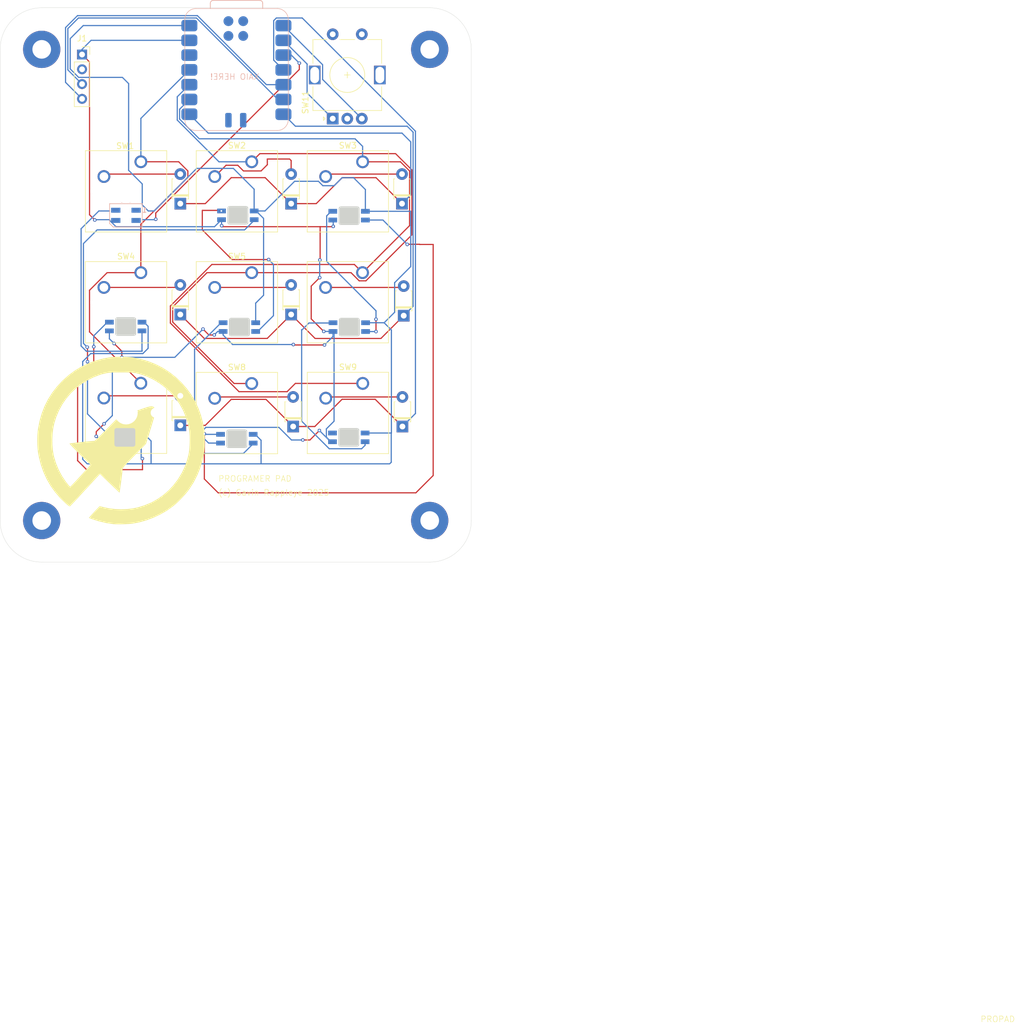
<source format=kicad_pcb>
(kicad_pcb (version 20241229) (generator "pcbnew") (generator_version "9.0")
  (layers (0 "F.Cu" signal) (2 "B.Cu" signal) (13 "F.Paste" user) (15 "B.Paste" user) (5 "F.SilkS" user "F.Silkscreen") (7 "B.SilkS" user "B.Silkscreen") (1 "F.Mask" user) (3 "B.Mask" user) (25 "Edge.Cuts" user))
  (net 0 "")
  (net 1 "/SDA")
  (net 2 "/SCL")
  (net 3 "Net-(D1-DOUT)")
  (net 4 "Net-(D1-DIN)")
  (net 5 "Row 0")
  (net 6 "Net-(D2-A)")
  (net 7 "Net-(D3-A)")
  (net 8 "Net-(D4-A)")
  (net 9 "Row 1")
  (net 10 "Net-(D5-A)")
  (net 11 "Net-(D6-A)")
  (net 12 "Net-(D7-A)")
  (net 13 "Row 2")
  (net 14 "Net-(D8-A)")
  (net 15 "Net-(D9-A)")
  (net 16 "Net-(D10-A)")
  (net 17 "Net-(D11-DOUT)")
  (net 18 "Net-(D12-DOUT)")
  (net 19 "Net-(D13-DOUT)")
  (net 20 "Net-(D14-DOUT)")
  (net 21 "Net-(D15-DOUT)")
  (net 22 "Net-(D16-DOUT)")
  (net 23 "Net-(D17-DOUT)")
  (net 25 "Column 0")
  (net 26 "Column 1")
  (net 27 "Column 2")
  (net 30 "+3.3V")
  (net 31 "Net-(U1-GPIO26{slash}ADC0{slash}A0)")
  (net 32 "Net-(U1-GPIO27{slash}ADC1{slash}A1)")
  (net 33 "+5V")
  (net 34 "GND")
  (footprint "Rotary_Encoder_hackpad:RotaryEncoder_Alps_EC11E-Switch_Vertical_H20mm" (layer "F.Cu") (at 74.472588 35.182825 90)
    (property "Reference" "SW11")
    (property "Value" "RotaryEncoder_Switch")
  )
  (footprint "Diode_THT:D_T-1_P5.08mm_Horizontal" (layer "F.Cu") (at 67.328838 68.837825 90)
    (property "Reference" "D6" (hide yes))
    (property "Value" "D")
  )
  (footprint "MountingHole:MountingHole_3.2mm_M3_Pad" (layer "F.Cu") (at 91.141338 104.239075)
    (property "Reference" "H4" (hide yes))
    (property "Value" "MountingHole" (hide yes))
  )
  (footprint "Diode_THT:D_T-1_P5.08mm_Horizontal" (layer "F.Cu") (at 86.672462 69.036503 90)
    (property "Reference" "D7" (hide yes))
    (property "Value" "D")
  )
  (footprint "Button_Switch_Keyboard:SW_Cherry_MX_1.00u_PCB" (layer "F.Cu") (at 41.50275 61.644076)
    (property "Reference" "SW4")
    (property "Value" "SW_Push_45deg" (hide yes))
  )
  (footprint "Diode_THT:D_T-1_P5.08mm_Horizontal" (layer "F.Cu") (at 86.451075 88.084167 90)
    (property "Reference" "D10" (hide yes))
    (property "Value" "D")
  )
  (footprint "Diode_THT:D_T-1_P5.08mm_Horizontal" (layer "F.Cu") (at 86.378838 49.787825 90)
    (property "Reference" "D4" (hide yes))
    (property "Value" "D")
  )
  (footprint "Button_Switch_Keyboard:SW_Cherry_MX_1.00u_PCB" (layer "F.Cu") (at 79.613336 42.597742)
    (property "Reference" "SW3")
    (property "Value" "SW_Push_45deg" (hide yes))
  )
  (footprint "MountingHole:MountingHole_3.2mm_M3_Pad" (layer "F.Cu") (at 91.141338 23.276575)
    (property "Reference" "H2" (hide yes))
    (property "Value" "MountingHole" (hide yes))
  )
  (footprint "Diode_THT:D_T-1_P5.08mm_Horizontal" (layer "F.Cu") (at 48.278838 68.837825 90)
    (property "Reference" "D5" (hide yes))
    (property "Value" "D")
  )
  (footprint "MountingHole:MountingHole_3.2mm_M3_Pad" (layer "F.Cu") (at 24.466338 104.239075)
    (property "Reference" "H3" (hide yes))
    (property "Value" "MountingHole" (hide yes))
  )
  (footprint "Button_Switch_Keyboard:SW_Cherry_MX_1.00u_PCB" (layer "F.Cu") (at 60.55275 61.644076)
    (property "Reference" "SW5")
    (property "Value" "SW_Push_45deg" (hide yes))
  )
  (footprint "MountingHole:MountingHole_3.2mm_M3_Pad" (layer "F.Cu") (at 24.466338 23.276575)
    (property "Reference" "H1" (hide yes))
    (property "Value" "MountingHole" (hide yes))
  )
  (footprint "Diode_THT:D_T-1_P5.08mm_Horizontal" (layer "F.Cu") (at 48.278838 87.887825 90)
    (property "Reference" "D8" (hide yes))
    (property "Value" "D")
  )
  (footprint "LOGO" (layer "F.Cu") (at 38.1 90.4875)
    (property "Reference" "G***")
    (property "Value" "LOGO" (hide yes))
  )
  (footprint "Diode_THT:D_T-1_P5.08mm_Horizontal" (layer "F.Cu") (at 67.672957 88.084167 90)
    (property "Reference" "D9" (hide yes))
    (property "Value" "D")
  )
  (footprint "Diode_THT:D_T-1_P5.08mm_Horizontal" (layer "F.Cu") (at 48.278838 49.787825 90)
    (property "Reference" "D2" (hide yes))
    (property "Value" "D")
  )
  (footprint "Button_Switch_Keyboard:SW_Cherry_MX_1.00u_PCB" (layer "F.Cu") (at 41.500192 80.644545)
    (property "Reference" "SW7")
    (property "Value" "SW_Push_45deg" (hide yes))
  )
  (footprint "Button_Switch_Keyboard:SW_Cherry_MX_1.00u_PCB" (layer "F.Cu") (at 41.507767 42.590023)
    (property "Reference" "SW1")
    (property "Value" "SW_Push_45deg" (hide yes))
  )
  (footprint "Button_Switch_Keyboard:SW_Cherry_MX_1.00u_PCB" (layer "F.Cu") (at 79.629327 80.676568)
    (property "Reference" "SW9")
    (property "Value" "SW_Push_45deg" (hide yes))
  )
  (footprint "Button_Switch_Keyboard:SW_Cherry_MX_1.00u_PCB" (layer "F.Cu") (at 60.548838 80.694075)
    (property "Reference" "SW8")
    (property "Value" "SW_Push_45deg" (hide yes))
  )
  (footprint "Button_Switch_Keyboard:SW_Cherry_MX_1.00u_PCB" (layer "F.Cu") (at 60.55275 42.594076)
    (property "Reference" "SW2")
    (property "Value" "SW_Push_45deg" (hide yes))
  )
  (footprint "Diode_THT:D_T-1_P5.08mm_Horizontal" (layer "F.Cu") (at 67.328838 49.787825 90)
    (property "Reference" "D3" (hide yes))
    (property "Value" "D")
  )
  (footprint "Button_Switch_Keyboard:SW_Cherry_MX_1.00u_PCB" (layer "F.Cu") (at 79.598531 61.646391)
    (property "Reference" "SW6" (hide yes))
    (property "Value" "SW_Push_45deg" (hide yes))
  )
  (footprint "Connector_PinSocket_2.54mm:PinSocket_1x04_P2.54mm_Vertical" (layer "F.Cu") (at 31.397807 24.161975)
    (property "Reference" "J1")
    (property "Value" "Conn_01x04_MountingPin")
  )
  (footprint "LED:BAcklight" (layer "B.Cu") (at 38.896907 70.901575 180)
    (property "Reference" "D11")
    (property "Value" "SK6812MINI")
    (fp_poly (pts (arc (start 1.8 -1.2005) (mid 1.682843 -1.483343) (end 1.4 -1.6005)) (xy 1.4 -1.6) (xy -1.4 -1.6) (arc (start -1.4065 -1.6) (mid -1.684815 -1.480719) (end -1.8 -1.2005)) (xy -1.8 -1.2) (arc (start -1.8 1.2) (mid -1.682843 1.482843) (end -1.4 1.6)) (arc (start 1.4 1.6) (mid 1.682843 1.482843) (end 1.8 1.2))) (fill yes) (layer "Edge.Cuts"))
  )
  (footprint "LED:BAcklight" (layer "B.Cu") (at 77.283108 51.851575 180)
    (property "Reference" "D16")
    (property "Value" "SK6812MINI")
    (fp_poly (pts (arc (start 1.8 -1.2005) (mid 1.682843 -1.483343) (end 1.4 -1.6005)) (xy 1.4 -1.6) (xy -1.4 -1.6) (arc (start -1.4065 -1.6) (mid -1.684815 -1.480719) (end -1.8 -1.2005)) (xy -1.8 -1.2) (arc (start -1.8 1.2) (mid -1.682843 1.482843) (end -1.4 1.6)) (arc (start 1.4 1.6) (mid 1.682843 1.482843) (end 1.8 1.2))) (fill yes) (layer "Edge.Cuts"))
  )
  (footprint "LED:BAcklight" (layer "B.Cu") (at 77.322545 71.003934 180)
    (property "Reference" "D17")
    (property "Value" "SK6812MINI")
    (fp_poly (pts (arc (start 1.8 -1.2005) (mid 1.682843 -1.483343) (end 1.4 -1.6005)) (xy 1.4 -1.6) (xy -1.4 -1.6) (arc (start -1.4065 -1.6) (mid -1.684815 -1.480719) (end -1.8 -1.2005)) (xy -1.8 -1.2) (arc (start -1.8 1.2) (mid -1.682843 1.482843) (end -1.4 1.6)) (arc (start 1.4 1.6) (mid 1.682843 1.482843) (end 1.8 1.2))) (fill yes) (layer "Edge.Cuts"))
  )
  (footprint "LED:BAcklight" (layer "B.Cu") (at 58.435088 71.000021 180)
    (property "Reference" "D14")
    (property "Value" "SK6812MINI")
    (fp_poly (pts (arc (start 1.8 -1.2005) (mid 1.682843 -1.483343) (end 1.4 -1.6005)) (xy 1.4 -1.6) (xy -1.4 -1.6) (arc (start -1.4065 -1.6) (mid -1.684815 -1.480719) (end -1.8 -1.2005)) (xy -1.8 -1.2) (arc (start -1.8 1.2) (mid -1.682843 1.482843) (end -1.4 1.6)) (arc (start 1.4 1.6) (mid 1.682843 1.482843) (end 1.8 1.2))) (fill yes) (layer "Edge.Cuts"))
  )
  (footprint "LED:BAcklight" (layer "B.Cu") (at 38.753838 89.951575 180)
    (property "Reference" "D12")
    (property "Value" "SK6812MINI")
    (fp_poly (pts (arc (start 1.8 -1.2005) (mid 1.682843 -1.483343) (end 1.4 -1.6005)) (xy 1.4 -1.6) (xy -1.4 -1.6) (arc (start -1.4065 -1.6) (mid -1.684815 -1.480719) (end -1.8 -1.2005)) (xy -1.8 -1.2) (arc (start -1.8 1.2) (mid -1.682843 1.482843) (end -1.4 1.6)) (arc (start 1.4 1.6) (mid 1.682843 1.482843) (end 1.8 1.2))) (fill yes) (layer "Edge.Cuts"))
  )
  (footprint "OPL:XIAO-RP2040-SMD" (layer "B.Cu") (at 58.003171 26.805357 180)
    (property "Reference" "U1" (hide yes))
    (property "Value" "XIAO-RP2040-DIP")
  )
  (footprint "LED:BAcklight" (layer "B.Cu") (at 57.998292 90.178833 180)
    (property "Reference" "D15")
    (property "Value" "SK6812MINI")
    (fp_poly (pts (arc (start 1.8 -1.2005) (mid 1.682843 -1.483343) (end 1.4 -1.6005)) (xy 1.4 -1.6) (xy -1.4 -1.6) (arc (start -1.4065 -1.6) (mid -1.684815 -1.480719) (end -1.8 -1.2005)) (xy -1.8 -1.2) (arc (start -1.8 1.2) (mid -1.682843 1.482843) (end -1.4 1.6)) (arc (start 1.4 1.6) (mid 1.682843 1.482843) (end 1.8 1.2))) (fill yes) (layer "Edge.Cuts"))
  )
  (footprint "LED_SMD:LED_SK6812MINI_PLCC4_3.5x3.5mm_P1.75mm" (layer "B.Cu") (at 38.940392 51.794794 180)
    (property "Reference" "D1")
    (property "Value" "SK6812MINI")
  )
  (footprint "LED:BAcklight" (layer "B.Cu") (at 58.168531 51.794794 180)
    (property "Reference" "D13")
    (property "Value" "SK6812MINI")
    (fp_poly (pts (arc (start 1.8 -1.2005) (mid 1.682843 -1.483343) (end 1.4 -1.6005)) (xy 1.4 -1.6) (xy -1.4 -1.6) (arc (start -1.4065 -1.6) (mid -1.684815 -1.480719) (end -1.8 -1.2005)) (xy -1.8 -1.2) (arc (start -1.8 1.2) (mid -1.682843 1.482843) (end -1.4 1.6)) (arc (start 1.4 1.6) (mid 1.682843 1.482843) (end 1.8 1.2))) (fill yes) (layer "Edge.Cuts"))
  )
  (footprint "LED:BAcklight" (layer "B.Cu") (at 77.235601 89.949238 180)
    (property "Reference" "D18")
    (property "Value" "SK6812MINI")
    (fp_poly (pts (arc (start 1.8 -1.2005) (mid 1.682843 -1.483343) (end 1.4 -1.6005)) (xy 1.4 -1.6) (xy -1.4 -1.6) (arc (start -1.4065 -1.6) (mid -1.684815 -1.480719) (end -1.8 -1.2005)) (xy -1.8 -1.2) (arc (start -1.8 1.2) (mid -1.682843 1.482843) (end -1.4 1.6)) (arc (start 1.4 1.6) (mid 1.682843 1.482843) (end 1.8 1.2))) (fill yes) (layer "Edge.Cuts"))
  )
  (gr_line (start 24.466338 16.132825) (end 91.141338 16.132825) (stroke (width 0.05)) (layer "Edge.Cuts"))
  (gr_line (start 98.285088 104.239075) (end 98.285088 23.276575) (stroke (width 0.05)) (layer "Edge.Cuts"))
  (gr_arc (start 91.141338 16.132825) (mid 96.192732 18.225181) (end 98.285088 23.276575) (stroke (width 0.05)) (layer "Edge.Cuts"))
  (gr_arc (start 98.285088 104.239075) (mid 96.192732 109.290469) (end 91.141338 111.382825) (stroke (width 0.05)) (layer "Edge.Cuts"))
  (gr_line (start 91.141338 111.382825) (end 24.466338 111.382825) (stroke (width 0.05)) (layer "Edge.Cuts"))
  (gr_line (start 17.322588 104.239075) (end 17.322588 23.276575) (stroke (width 0.05)) (layer "Edge.Cuts"))
  (gr_arc (start 24.466338 111.382825) (mid 19.414944 109.290469) (end 17.322588 104.239075) (stroke (width 0.05)) (layer "Edge.Cuts"))
  (gr_arc (start 17.322588 23.276575) (mid 19.414944 18.225181) (end 24.466338 16.132825) (stroke (width 0.05)) (layer "Edge.Cuts"))
  (gr_text "PROPAD" (at 185.7375 190.5 -0) (layer "F.SilkS") (effects (font (size 1 1) (thickness 0.1)) (justify left bottom)))
  (gr_text "PROGRAMER PAD\n" (at 54.76875 97.63125 0) (layer "F.SilkS") (effects (font (size 1 1) (thickness 0.1)) (justify left bottom)))
  (gr_text "(c) Gavin Rappleye 2025" (at 54.76875 100.0125 0) (layer "F.SilkS") (effects (font (size 1 1) (thickness 0.1)) (justify left bottom)))
  (gr_text "XAIO HERE!" (at 61.9125 28.575 0) (layer "B.SilkS") (effects (font (size 1 1) (thickness 0.1)) (justify left bottom mirror)))
  (segment (start 63.080329 29.345357) (end 51.218329 17.483357) (width 0.2) (layer "B.Cu") (net 1))
  (segment (start 66.003171 29.345357) (end 63.080329 29.345357) (width 0.2) (layer "B.Cu") (net 1))
  (segment (start 28.558088 28.942256) (end 31.397807 31.781975) (width 0.2) (layer "B.Cu") (net 1))
  (segment (start 28.558088 19.538125) (end 28.558088 28.942256) (width 0.2) (layer "B.Cu") (net 1))
  (segment (start 51.218329 17.483357) (end 30.612856 17.483357) (width 0.2) (layer "B.Cu") (net 1))
  (segment (start 30.612856 17.483357) (end 28.558088 19.538125) (width 0.2) (layer "B.Cu") (net 1))
  (segment (start 30.778956 17.884357) (end 28.959088 19.704225) (width 0.2) (layer "B.Cu") (net 2))
  (segment (start 51.052229 17.884357) (end 30.778956 17.884357) (width 0.2) (layer "B.Cu") (net 2))
  (segment (start 65.053229 31.885357) (end 51.052229 17.884357) (width 0.2) (layer "B.Cu") (net 2))
  (segment (start 66.003171 31.885357) (end 65.053229 31.885357) (width 0.2) (layer "B.Cu") (net 2))
  (segment (start 28.959088 26.803256) (end 31.397807 29.241975) (width 0.2) (layer "B.Cu") (net 2))
  (segment (start 28.959088 19.704225) (end 28.959088 26.803256) (width 0.2) (layer "B.Cu") (net 2))
  (segment (start 31.235088 74.245268) (end 31.235088 54.095382) (width 0.2) (layer "B.Cu") (net 3))
  (segment (start 41.696907 75.057144) (end 41.735088 75.095325) (width 0.2) (layer "B.Cu") (net 3))
  (segment (start 34.285676 51.044794) (end 36.140392 51.044794) (width 0.2) (layer "B.Cu") (net 3))
  (segment (start 32.135145 75.145325) (end 31.235088 74.245268) (width 0.2) (layer "B.Cu") (net 3))
  (segment (start 41.735088 75.095325) (end 41.685088 75.145325) (width 0.2) (layer "B.Cu") (net 3))
  (segment (start 31.235088 54.095382) (end 34.285676 51.044794) (width 0.2) (layer "B.Cu") (net 3))
  (segment (start 41.696907 71.651575) (end 41.696907 75.057144) (width 0.2) (layer "B.Cu") (net 3))
  (segment (start 41.685088 75.145325) (end 32.135145 75.145325) (width 0.2) (layer "B.Cu") (net 3))
  (segment (start 68.735088 25.645325) (end 68.735088 26.729575) (width 0.2) (layer "F.Cu") (net 4))
  (segment (start 44.060088 51.404575) (end 44.060088 52.470325) (width 0.2) (layer "F.Cu") (net 4))
  (segment (start 68.735088 26.729575) (end 44.060088 51.404575) (width 0.2) (layer "F.Cu") (net 4))
  (via (at 68.735088 25.645325) (size 0.6) (drill 0.3) (layers "F.Cu" "B.Cu") (net 4))
  (via (at 44.060088 52.470325) (size 0.6) (drill 0.3) (layers "F.Cu" "B.Cu") (net 4))
  (segment (start 67.35512 24.265357) (end 68.735088 25.645325) (width 0.2) (layer "B.Cu") (net 4))
  (segment (start 66.003171 24.265357) (end 67.35512 24.265357) (width 0.2) (layer "B.Cu") (net 4))
  (segment (start 44.060088 52.470325) (end 43.985619 52.544794) (width 0.2) (layer "B.Cu") (net 4))
  (segment (start 43.985619 52.544794) (end 41.740392 52.544794) (width 0.2) (layer "B.Cu") (net 4))
  (segment (start 62.864089 45.323076) (end 57.038934 45.323076) (width 0.2) (layer "F.Cu") (net 5))
  (segment (start 76.09952 45.326742) (end 81.917755 45.326742) (width 0.2) (layer "F.Cu") (net 5))
  (segment (start 67.328838 49.787825) (end 71.638437 49.787825) (width 0.2) (layer "F.Cu") (net 5))
  (segment (start 71.638437 49.787825) (end 76.09952 45.326742) (width 0.2) (layer "F.Cu") (net 5))
  (segment (start 67.328838 49.787825) (end 62.864089 45.323076) (width 0.2) (layer "F.Cu") (net 5))
  (segment (start 57.038934 45.323076) (end 52.574185 49.787825) (width 0.2) (layer "F.Cu") (net 5))
  (segment (start 81.917755 45.326742) (end 86.378838 49.787825) (width 0.2) (layer "F.Cu") (net 5))
  (segment (start 52.574185 49.787825) (end 48.278838 49.787825) (width 0.2) (layer "F.Cu") (net 5))
  (segment (start 86.378838 37.670325) (end 53.083139 37.670325) (width 0.2) (layer "B.Cu") (net 5))
  (segment (start 87.885088 48.281575) (end 87.885088 39.176575) (width 0.2) (layer "B.Cu") (net 5))
  (segment (start 86.378838 49.787825) (end 87.885088 48.281575) (width 0.2) (layer "B.Cu") (net 5))
  (segment (start 53.083139 37.670325) (end 49.838171 34.425357) (width 0.2) (layer "B.Cu") (net 5))
  (segment (start 87.885088 39.176575) (end 86.378838 37.670325) (width 0.2) (layer "B.Cu") (net 5))
  (segment (start 47.85664 45.130023) (end 48.278838 44.707825) (width 0.2) (layer "F.Cu") (net 6))
  (segment (start 48.278838 44.707825) (end 35.579965 44.707825) (width 0.2) (layer "F.Cu") (net 6))
  (segment (start 35.579965 44.707825) (end 35.157767 45.130023) (width 0.2) (layer "F.Cu") (net 6))
  (segment (start 63.235088 43.095325) (end 63.235088 42.120325) (width 0.2) (layer "F.Cu") (net 7))
  (segment (start 54.20275 45.134076) (end 56.141501 43.195325) (width 0.2) (layer "F.Cu") (net 7))
  (segment (start 58.160088 43.195325) (end 59.135088 44.170325) (width 0.2) (layer "F.Cu") (net 7))
  (segment (start 56.141501 43.195325) (end 58.160088 43.195325) (width 0.2) (layer "F.Cu") (net 7))
  (segment (start 62.160088 44.170325) (end 63.235088 43.095325) (width 0.2) (layer "F.Cu") (net 7))
  (segment (start 67.060088 42.120325) (end 67.328838 42.389075) (width 0.2) (layer "F.Cu") (net 7))
  (segment (start 59.135088 44.170325) (end 62.160088 44.170325) (width 0.2) (layer "F.Cu") (net 7))
  (segment (start 67.328838 42.389075) (end 67.328838 44.707825) (width 0.2) (layer "F.Cu") (net 7))
  (segment (start 63.235088 42.120325) (end 67.060088 42.120325) (width 0.2) (layer "F.Cu") (net 7))
  (segment (start 73.263336 45.137742) (end 73.693253 44.707825) (width 0.2) (layer "F.Cu") (net 8))
  (segment (start 73.693253 44.707825) (end 86.378838 44.707825) (width 0.2) (layer "F.Cu") (net 8))
  (segment (start 63.215142 72.951521) (end 52.392534 72.951521) (width 0.2) (layer "F.Cu") (net 9))
  (segment (start 67.328838 68.837825) (end 63.215142 72.951521) (width 0.2) (layer "F.Cu") (net 9))
  (segment (start 71.446447 72.955434) (end 82.753531 72.955434) (width 0.2) (layer "F.Cu") (net 9))
  (segment (start 82.753531 72.955434) (end 86.672462 69.036503) (width 0.2) (layer "F.Cu") (net 9))
  (segment (start 67.328838 68.837825) (end 71.446447 72.955434) (width 0.2) (layer "F.Cu") (net 9))
  (segment (start 52.392534 72.951521) (end 48.278838 68.837825) (width 0.2) (layer "F.Cu") (net 9))
  (segment (start 87.265688 36.483825) (end 88.286088 37.504225) (width 0.2) (layer "B.Cu") (net 9))
  (segment (start 88.286088 37.504225) (end 88.286088 67.422877) (width 0.2) (layer "B.Cu") (net 9))
  (segment (start 88.286088 67.422877) (end 86.672462 69.036503) (width 0.2) (layer "B.Cu") (net 9))
  (segment (start 66.003171 34.425357) (end 68.061639 36.483825) (width 0.2) (layer "B.Cu") (net 9))
  (segment (start 68.061639 36.483825) (end 87.265688 36.483825) (width 0.2) (layer "B.Cu") (net 9))
  (segment (start 35.15275 64.184076) (end 47.852587 64.184076) (width 0.2) (layer "F.Cu") (net 10))
  (segment (start 47.852587 64.184076) (end 48.278838 63.757825) (width 0.2) (layer "F.Cu") (net 10))
  (segment (start 54.20275 64.184076) (end 66.902587 64.184076) (width 0.2) (layer "F.Cu") (net 11))
  (segment (start 66.902587 64.184076) (end 67.328838 63.757825) (width 0.2) (layer "F.Cu") (net 11))
  (segment (start 73.248531 64.186391) (end 86.442574 64.186391) (width 0.2) (layer "F.Cu") (net 12))
  (segment (start 86.442574 64.186391) (end 86.672462 63.956503) (width 0.2) (layer "F.Cu") (net 12))
  (segment (start 63.011865 83.423075) (end 67.672957 88.084167) (width 0.2) (layer "F.Cu") (net 13))
  (segment (start 48.278838 87.887825) (end 52.570272 87.887825) (width 0.2) (layer "F.Cu") (net 13))
  (segment (start 57.035022 83.423075) (end 63.011865 83.423075) (width 0.2) (layer "F.Cu") (net 13))
  (segment (start 52.570272 87.887825) (end 57.035022 83.423075) (width 0.2) (layer "F.Cu") (net 13))
  (segment (start 67.672957 88.084167) (end 71.396246 88.084167) (width 0.2) (layer "F.Cu") (net 13))
  (segment (start 71.396246 88.084167) (end 76.074845 83.405568) (width 0.2) (layer "F.Cu") (net 13))
  (segment (start 81.772476 83.405568) (end 86.451075 88.084167) (width 0.2) (layer "F.Cu") (net 13))
  (segment (start 76.074845 83.405568) (end 81.772476 83.405568) (width 0.2) (layer "F.Cu") (net 13))
  (segment (start 66.003171 26.805357) (end 64.327171 25.129357) (width 0.2) (layer "B.Cu") (net 13))
  (segment (start 88.687088 37.338125) (end 88.687088 85.848154) (width 0.2) (layer "B.Cu") (net 13))
  (segment (start 64.327171 18.346299) (end 64.789113 17.884357) (width 0.2) (layer "B.Cu") (net 13))
  (segment (start 64.327171 25.129357) (end 64.327171 18.346299) (width 0.2) (layer "B.Cu") (net 13))
  (segment (start 69.23332 17.884357) (end 88.687088 37.338125) (width 0.2) (layer "B.Cu") (net 13))
  (segment (start 88.687088 85.848154) (end 86.451075 88.084167) (width 0.2) (layer "B.Cu") (net 13))
  (segment (start 64.789113 17.884357) (end 69.23332 17.884357) (width 0.2) (layer "B.Cu") (net 13))
  (segment (start 35.526912 82.807825) (end 35.150192 83.184545) (width 0.2) (layer "F.Cu") (net 14))
  (segment (start 48.278838 82.807825) (end 35.526912 82.807825) (width 0.2) (layer "F.Cu") (net 14))
  (segment (start 67.672957 83.004167) (end 54.428746 83.004167) (width 0.2) (layer "F.Cu") (net 15))
  (segment (start 54.428746 83.004167) (end 54.198838 83.234075) (width 0.2) (layer "F.Cu") (net 15))
  (segment (start 73.491728 83.004167) (end 73.279327 83.216568) (width 0.2) (layer "F.Cu") (net 16))
  (segment (start 86.451075 83.004167) (end 73.491728 83.004167) (width 0.2) (layer "F.Cu") (net 16))
  (segment (start 33.410088 77.445325) (end 33.410088 74.370325) (width 0.2) (layer "F.Cu") (net 17))
  (segment (start 41.785088 95.495325) (end 32.185088 95.495325) (width 0.2) (layer "F.Cu") (net 17))
  (segment (start 32.910088 77.945325) (end 33.410088 77.445325) (width 0.2) (layer "F.Cu") (net 17))
  (segment (start 31.610088 77.945325) (end 32.910088 77.945325) (width 0.2) (layer "F.Cu") (net 17))
  (segment (start 32.185088 95.495325) (end 30.635088 93.945325) (width 0.2) (layer "F.Cu") (net 17))
  (segment (start 30.635088 93.945325) (end 30.635088 78.920325) (width 0.2) (layer "F.Cu") (net 17))
  (segment (start 41.760088 93.595325) (end 41.785088 93.620325) (width 0.2) (layer "F.Cu") (net 17))
  (segment (start 30.635088 78.920325) (end 31.610088 77.945325) (width 0.2) (layer "F.Cu") (net 17))
  (segment (start 41.785088 93.620325) (end 41.785088 95.495325) (width 0.2) (layer "F.Cu") (net 17))
  (via (at 33.410088 74.370325) (size 0.6) (drill 0.3) (layers "F.Cu" "B.Cu") (net 17))
  (via (at 41.760088 93.595325) (size 0.6) (drill 0.3) (layers "F.Cu" "B.Cu") (net 17))
  (segment (start 36.096907 70.151575) (end 35.756907 70.151575) (width 0.2) (layer "B.Cu") (net 17))
  (segment (start 33.410088 72.498394) (end 33.410088 74.370325) (width 0.2) (layer "B.Cu") (net 17))
  (segment (start 41.553838 93.389075) (end 41.553838 90.701575) (width 0.2) (layer "B.Cu") (net 17))
  (segment (start 35.756907 70.151575) (end 33.410088 72.498394) (width 0.2) (layer "B.Cu") (net 17))
  (segment (start 41.760088 93.595325) (end 41.553838 93.389075) (width 0.2) (layer "B.Cu") (net 17))
  (segment (start 32.285088 74.445325) (end 32.335088 74.495325) (width 0.2) (layer "F.Cu") (net 18))
  (segment (start 32.335088 74.495325) (end 32.335088 76.945325) (width 0.2) (layer "F.Cu") (net 18))
  (via (at 32.285088 74.445325) (size 0.6) (drill 0.3) (layers "F.Cu" "B.Cu") (net 18))
  (via (at 32.335088 76.945325) (size 0.6) (drill 0.3) (layers "F.Cu" "B.Cu") (net 18))
  (segment (start 32.335088 76.945325) (end 32.335088 85.922825) (width 0.2) (layer "B.Cu") (net 18))
  (segment (start 32.335088 85.922825) (end 35.613838 89.201575) (width 0.2) (layer "B.Cu") (net 18))
  (segment (start 32.285088 74.445325) (end 31.635088 73.795325) (width 0.2) (layer "B.Cu") (net 18))
  (segment (start 60.968531 52.660244) (end 60.968531 52.544794) (width 0.2) (layer "B.Cu") (net 18))
  (segment (start 33.991338 54.295325) (end 59.33345 54.295325) (width 0.2) (layer "B.Cu") (net 18))
  (segment (start 59.33345 54.295325) (end 60.968531 52.660244) (width 0.2) (layer "B.Cu") (net 18))
  (segment (start 35.613838 89.201575) (end 35.953838 89.201575) (width 0.2) (layer "B.Cu") (net 18))
  (segment (start 31.635088 56.651575) (end 33.991338 54.295325) (width 0.2) (layer "B.Cu") (net 18))
  (segment (start 31.635088 73.795325) (end 31.635088 56.651575) (width 0.2) (layer "B.Cu") (net 18))
  (segment (start 57.160088 59.395325) (end 63.460088 59.395325) (width 0.2) (layer "F.Cu") (net 19))
  (segment (start 52.060088 54.295325) (end 57.160088 59.395325) (width 0.2) (layer "F.Cu") (net 19))
  (segment (start 55.235088 50.945325) (end 55.335088 51.045325) (width 0.2) (layer "F.Cu") (net 19))
  (segment (start 52.060088 50.945325) (end 55.235088 50.945325) (width 0.2) (layer "F.Cu") (net 19))
  (segment (start 52.060088 50.945325) (end 52.060088 54.295325) (width 0.2) (layer "F.Cu") (net 19))
  (via (at 63.460088 59.395325) (size 0.6) (drill 0.3) (layers "F.Cu" "B.Cu") (net 19))
  (via (at 55.335088 51.045325) (size 0.6) (drill 0.3) (layers "F.Cu" "B.Cu") (net 19))
  (segment (start 64.29375 60.228987) (end 64.29375 69.031359) (width 0.2) (layer "B.Cu") (net 19))
  (segment (start 63.460088 59.395325) (end 64.29375 60.228987) (width 0.2) (layer "B.Cu") (net 19))
  (segment (start 55.368531 51.044794) (end 55.335619 51.044794) (width 0.2) (layer "B.Cu") (net 19))
  (segment (start 61.575088 71.750021) (end 61.235088 71.750021) (width 0.2) (layer "B.Cu") (net 19))
  (segment (start 64.29375 69.031359) (end 61.575088 71.750021) (width 0.2) (layer "B.Cu") (net 19))
  (segment (start 55.335619 51.044794) (end 55.335088 51.045325) (width 0.2) (layer "B.Cu") (net 19))
  (segment (start 50.735088 92.720325) (end 50.735088 74.810021) (width 0.2) (layer "B.Cu") (net 20))
  (segment (start 60.798292 91.044283) (end 59.12225 92.720325) (width 0.2) (layer "B.Cu") (net 20))
  (segment (start 60.798292 90.928833) (end 60.798292 91.044283) (width 0.2) (layer "B.Cu") (net 20))
  (segment (start 55.295088 70.250021) (end 55.635088 70.250021) (width 0.2) (layer "B.Cu") (net 20))
  (segment (start 59.12225 92.720325) (end 50.735088 92.720325) (width 0.2) (layer "B.Cu") (net 20))
  (segment (start 50.735088 74.810021) (end 55.295088 70.250021) (width 0.2) (layer "B.Cu") (net 20))
  (segment (start 89.410088 56.770325) (end 87.304438 56.770325) (width 0.2) (layer "F.Cu") (net 21))
  (segment (start 87.304438 56.770325) (end 87.285088 56.789675) (width 0.2) (layer "F.Cu") (net 21))
  (segment (start 91.735088 56.795325) (end 89.435088 56.795325) (width 0.2) (layer "F.Cu") (net 21))
  (segment (start 54.791338 99.476575) (end 88.760088 99.476575) (width 0.2) (layer "F.Cu") (net 21))
  (segment (start 88.760088 99.476575) (end 91.735088 96.501575) (width 0.2) (layer "F.Cu") (net 21))
  (segment (start 89.435088 56.795325) (end 89.410088 56.770325) (width 0.2) (layer "F.Cu") (net 21))
  (segment (start 52.410088 97.095325) (end 54.791338 99.476575) (width 0.2) (layer "F.Cu") (net 21))
  (segment (start 52.410088 89.345325) (end 52.410088 97.095325) (width 0.2) (layer "F.Cu") (net 21))
  (segment (start 91.735088 96.501575) (end 91.735088 56.795325) (width 0.2) (layer "F.Cu") (net 21))
  (via (at 87.285088 56.789675) (size 0.6) (drill 0.3) (layers "F.Cu" "B.Cu") (net 21))
  (via (at 52.410088 89.345325) (size 0.6) (drill 0.3) (layers "F.Cu" "B.Cu") (net 21))
  (segment (start 80.083108 52.601575) (end 83.096988 52.601575) (width 0.2) (layer "B.Cu") (net 21))
  (segment (start 52.410088 89.345325) (end 52.493596 89.428833) (width 0.2) (layer "B.Cu") (net 21))
  (segment (start 52.493596 89.428833) (end 55.198292 89.428833) (width 0.2) (layer "B.Cu") (net 21))
  (segment (start 83.096988 52.601575) (end 87.285088 56.789675) (width 0.2) (layer "B.Cu") (net 21))
  (segment (start 81.810088 71.870325) (end 81.910088 71.770325) (width 0.2) (layer "F.Cu") (net 22))
  (segment (start 81.910088 69.653934) (end 81.910088 71.770325) (width 0.2) (layer "F.Cu") (net 22))
  (via (at 81.910088 71.770325) (size 0.6) (drill 0.3) (layers "F.Cu" "B.Cu") (net 22))
  (via (at 81.910088 69.653934) (size 0.6) (drill 0.3) (layers "F.Cu" "B.Cu") (net 22))
  (segment (start 74.221108 51.101575) (end 73.432108 51.890575) (width 0.2) (layer "B.Cu") (net 22))
  (segment (start 80.138936 71.770325) (end 80.122545 71.753934) (width 0.2) (layer "B.Cu") (net 22))
  (segment (start 74.483108 51.101575) (end 74.221108 51.101575) (width 0.2) (layer "B.Cu") (net 22))
  (segment (start 73.432108 51.890575) (end 73.432108 59.718438) (width 0.2) (layer "B.Cu") (net 22))
  (segment (start 81.910088 68.196418) (end 81.910088 69.653934) (width 0.2) (layer "B.Cu") (net 22))
  (segment (start 81.910088 71.770325) (end 80.138936 71.770325) (width 0.2) (layer "B.Cu") (net 22))
  (segment (start 73.432108 59.718438) (end 81.910088 68.196418) (width 0.2) (layer "B.Cu") (net 22))
  (segment (start 73.875101 91.900738) (end 79.444101 91.900738) (width 0.2) (layer "B.Cu") (net 23))
  (segment (start 74.481154 70.295325) (end 70.385088 70.295325) (width 0.2) (layer "B.Cu") (net 23))
  (segment (start 69.135088 87.160725) (end 73.875101 91.900738) (width 0.2) (layer "B.Cu") (net 23))
  (segment (start 79.444101 91.900738) (end 80.035601 91.309238) (width 0.2) (layer "B.Cu") (net 23))
  (segment (start 69.135088 71.445325) (end 69.135088 87.160725) (width 0.2) (layer "B.Cu") (net 23))
  (segment (start 69.235088 71.445325) (end 69.135088 71.445325) (width 0.2) (layer "B.Cu") (net 23))
  (segment (start 74.522545 70.253934) (end 74.481154 70.295325) (width 0.2) (layer "B.Cu") (net 23))
  (segment (start 80.035601 91.309238) (end 80.035601 90.699238) (width 0.2) (layer "B.Cu") (net 23))
  (segment (start 70.385088 70.295325) (end 69.235088 71.445325) (width 0.2) (layer "B.Cu") (net 23))
  (segment (start 35.711436 61.644076) (end 32.68175 64.673762) (width 0.2) (layer "F.Cu") (net 25))
  (segment (start 48.000928 42.590023) (end 49.579838 44.168933) (width 0.2) (layer "F.Cu") (net 25))
  (segment (start 32.68175 64.673762) (end 32.68175 71.826103) (width 0.2) (layer "F.Cu") (net 25))
  (segment (start 41.50275 53.323805) (end 41.50275 61.644076) (width 0.2) (layer "F.Cu") (net 25))
  (segment (start 41.507767 42.590023) (end 48.000928 42.590023) (width 0.2) (layer "F.Cu") (net 25))
  (segment (start 49.579838 44.168933) (end 49.579838 45.246717) (width 0.2) (layer "F.Cu") (net 25))
  (segment (start 49.579838 45.246717) (end 41.50275 53.323805) (width 0.2) (layer "F.Cu") (net 25))
  (segment (start 41.50275 61.644076) (end 35.711436 61.644076) (width 0.2) (layer "F.Cu") (net 25))
  (segment (start 32.68175 71.826103) (end 41.500192 80.644545) (width 0.2) (layer "F.Cu") (net 25))
  (segment (start 41.507767 35.135761) (end 41.507767 42.590023) (width 0.2) (layer "B.Cu") (net 25))
  (segment (start 49.838171 26.805357) (end 41.507767 35.135761) (width 0.2) (layer "B.Cu") (net 25))
  (segment (start 61.950084 41.196742) (end 85.274747 41.196742) (width 0.2) (layer "F.Cu") (net 26))
  (segment (start 88.080838 55.145398) (end 80.178845 63.047391) (width 0.2) (layer "F.Cu") (net 26))
  (segment (start 77.614902 61.644076) (end 60.55275 61.644076) (width 0.2) (layer "F.Cu") (net 26))
  (segment (start 57.533088 80.694075) (end 60.548838 80.694075) (width 0.2) (layer "F.Cu") (net 26))
  (segment (start 79.018217 63.047391) (end 77.614902 61.644076) (width 0.2) (layer "F.Cu") (net 26))
  (segment (start 80.178845 63.047391) (end 79.018217 63.047391) (width 0.2) (layer "F.Cu") (net 26))
  (segment (start 60.55275 61.644076) (end 52.870587 61.644076) (width 0.2) (layer "F.Cu") (net 26))
  (segment (start 88.080838 44.002833) (end 88.080838 55.145398) (width 0.2) (layer "F.Cu") (net 26))
  (segment (start 46.977838 70.138825) (end 57.533088 80.694075) (width 0.2) (layer "F.Cu") (net 26))
  (segment (start 46.977838 67.536825) (end 46.977838 70.138825) (width 0.2) (layer "F.Cu") (net 26))
  (segment (start 85.274747 41.196742) (end 88.080838 44.002833) (width 0.2) (layer "F.Cu") (net 26))
  (segment (start 52.870587 61.644076) (end 46.977838 67.536825) (width 0.2) (layer "F.Cu") (net 26))
  (segment (start 60.55275 42.594076) (end 61.950084 41.196742) (width 0.2) (layer "F.Cu") (net 26))
  (segment (start 54.924732 42.594076) (end 60.55275 42.594076) (width 0.2) (layer "B.Cu") (net 26))
  (segment (start 47.761171 35.430515) (end 54.924732 42.594076) (width 0.2) (layer "B.Cu") (net 26))
  (segment (start 49.838171 29.345357) (end 47.761171 31.422357) (width 0.2) (layer "B.Cu") (net 26))
  (segment (start 47.761171 31.422357) (end 47.761171 35.430515) (width 0.2) (layer "B.Cu") (net 26))
  (segment (start 86.108647 42.597742) (end 87.679838 44.168933) (width 0.2) (layer "F.Cu") (net 27))
  (segment (start 87.679838 44.168933) (end 87.679838 53.565084) (width 0.2) (layer "F.Cu") (net 27))
  (segment (start 46.576838 67.370725) (end 46.576838 70.304925) (width 0.2) (layer "F.Cu") (net 27))
  (segment (start 66.635338 82.095075) (end 68.053845 80.676568) (width 0.2) (layer "F.Cu") (net 27))
  (segment (start 87.679838 53.565084) (end 79.598531 61.646391) (width 0.2) (layer "F.Cu") (net 27))
  (segment (start 58.366988 82.095075) (end 66.635338 82.095075) (width 0.2) (layer "F.Cu") (net 27))
  (segment (start 78.195216 60.243076) (end 53.704487 60.243076) (width 0.2) (layer "F.Cu") (net 27))
  (segment (start 68.053845 80.676568) (end 79.629327 80.676568) (width 0.2) (layer "F.Cu") (net 27))
  (segment (start 53.704487 60.243076) (end 46.576838 67.370725) (width 0.2) (layer "F.Cu") (net 27))
  (segment (start 79.613336 42.597742) (end 86.108647 42.597742) (width 0.2) (layer "F.Cu") (net 27))
  (segment (start 46.576838 70.304925) (end 58.366988 82.095075) (width 0.2) (layer "F.Cu") (net 27))
  (segment (start 79.598531 61.646391) (end 78.195216 60.243076) (width 0.2) (layer "F.Cu") (net 27))
  (segment (start 79.613336 42.597742) (end 79.613336 39.945325) (width 0.2) (layer "B.Cu") (net 27))
  (segment (start 79.613336 39.945325) (end 78.313336 38.645325) (width 0.2) (layer "B.Cu") (net 27))
  (segment (start 51.543081 38.645325) (end 48.162171 35.264415) (width 0.2) (layer "B.Cu") (net 27))
  (segment (start 78.313336 38.645325) (end 51.543081 38.645325) (width 0.2) (layer "B.Cu") (net 27))
  (segment (start 48.162171 35.264415) (end 48.162171 33.561357) (width 0.2) (layer "B.Cu") (net 27))
  (segment (start 48.162171 33.561357) (end 49.838171 31.885357) (width 0.2) (layer "B.Cu") (net 27))
  (segment (start 72.735088 25.917274) (end 72.735088 28.445325) (width 0.2) (layer "B.Cu") (net 31))
  (segment (start 66.003171 19.185357) (end 72.735088 25.917274) (width 0.2) (layer "B.Cu") (net 31))
  (segment (start 72.735088 28.445325) (end 79.472588 35.182825) (width 0.2) (layer "B.Cu") (net 31))
  (segment (start 66.003171 21.725357) (end 70.071588 25.793774) (width 0.2) (layer "B.Cu") (net 32))
  (segment (start 70.071588 30.781825) (end 74.472588 35.182825) (width 0.2) (layer "B.Cu") (net 32))
  (segment (start 70.071588 25.793774) (end 70.071588 30.781825) (width 0.2) (layer "B.Cu") (net 32))
  (segment (start 43.260088 94.495325) (end 62.160088 94.495325) (width 0.2) (layer "B.Cu") (net 33))
  (segment (start 60.968531 47.305041) (end 60.968531 51.044794) (width 0.2) (layer "B.Cu") (net 33))
  (segment (start 49.153203 19.870325) (end 49.838171 19.185357) (width 0.2) (layer "B.Cu") (net 33))
  (segment (start 72.774704 46.703926) (end 74.722336 46.703926) (width 0.2) (layer "B.Cu") (net 33))
  (segment (start 43.781761 51.044794) (end 42.778936 51.044794) (width 0.2) (layer "B.Cu") (net 33))
  (segment (start 85.110088 63.370325) (end 87.885088 60.595325) (width 0.2) (layer "B.Cu") (net 33))
  (segment (start 60.798292 89.428833) (end 61.138292 89.428833) (width 0.2) (layer "B.Cu") (net 33))
  (segment (start 62.831761 51.044794) (end 67.93123 45.945325) (width 0.2) (layer "B.Cu") (net 33))
  (segment (start 29.360088 21.43125) (end 31.605981 19.185357) (width 0.2) (layer "B.Cu") (net 33))
  (segment (start 31.510088 93.720325) (end 31.510088 76.920382) (width 0.2) (layer "B.Cu") (net 33))
  (segment (start 43.781761 51.044794) (end 51.093479 43.733076) (width 0.2) (layer "B.Cu") (net 33))
  (segment (start 80.083108 47.362698) (end 80.083108 51.101575) (width 0.2) (layer "B.Cu") (net 33))
  (segment (start 84.560088 71.503934) (end 83.310088 70.253934) (width 0.2) (layer "B.Cu") (net 33))
  (segment (start 74.722336 46.703926) (end 76.09952 45.326742) (width 0.2) (layer "B.Cu") (net 33))
  (segment (start 39.400713 44.06095) (end 39.400713 29.16095) (width 0.2) (layer "B.Cu") (net 33))
  (segment (start 87.885088 60.595325) (end 87.885088 51.095325) (width 0.2) (layer "B.Cu") (net 33))
  (segment (start 57.396566 43.733076) (end 60.968531 47.305041) (width 0.2) (layer "B.Cu") (net 33))
  (segment (start 84.531175 94.220325) (end 84.531175 89.199238) (width 0.2) (layer "B.Cu") (net 33))
  (segment (start 42.036907 70.151575) (end 41.696907 70.151575) (width 0.2) (layer "B.Cu") (net 33))
  (segment (start 87.885088 51.095325) (end 87.878838 51.101575) (width 0.2) (layer "B.Cu") (net 33))
  (segment (start 80.035601 89.199238) (end 84.531175 89.199238) (width 0.2) (layer "B.Cu") (net 33))
  (segment (start 84.531175 89.199238) (end 84.560088 89.170325) (width 0.2) (layer "B.Cu") (net 33))
  (segment (start 41.740392 46.400629) (end 39.400713 44.06095) (width 0.2) (layer "B.Cu") (net 33))
  (segment (start 61.235088 66.883268) (end 61.235088 70.250021) (width 0.2) (layer "B.Cu") (net 33))
  (segment (start 62.59528 52.331543) (end 62.59528 65.523076) (width 0.2) (layer "B.Cu") (net 33))
  (segment (start 62.160088 90.450629) (end 62.160088 94.495325) (width 0.2) (layer "B.Cu") (net 33))
  (segment (start 42.747907 74.649606) (end 42.747907 70.862575) (width 0.2) (layer "B.Cu") (net 33))
  (segment (start 32.884145 75.546325) (end 41.851188 75.546325) (width 0.2) (layer "B.Cu") (net 33))
  (segment (start 60.968531 51.044794) (end 62.831761 51.044794) (width 0.2) (layer "B.Cu") (net 33))
  (segment (start 67.93123 45.945325) (end 72.016103 45.945325) (width 0.2) (layer "B.Cu") (net 33))
  (segment (start 30.813907 28.090975) (end 29.360088 26.637156) (width 0.2) (layer "B.Cu") (net 33))
  (segment (start 43.260088 94.495325) (end 43.260088 90.567825) (width 0.2) (layer "B.Cu") (net 33))
  (segment (start 31.605981 19.185357) (end 49.838171 19.185357) (width 0.2) (layer "B.Cu") (net 33))
  (segment (start 43.260088 94.495325) (end 32.285088 94.495325) (width 0.2) (layer "B.Cu") (net 33))
  (segment (start 84.560088 89.170325) (end 84.560088 71.503934) (width 0.2) (layer "B.Cu") (net 33))
  (segment (start 29.360088 26.637156) (end 29.360088 21.43125) (width 0.2) (layer "B.Cu") (net 33))
  (segment (start 85.110088 68.453934) (end 85.110088 63.370325) (width 0.2) (layer "B.Cu") (net 33))
  (segment (start 72.016103 45.945325) (end 72.774704 46.703926) (width 0.2) (layer "B.Cu") (net 33))
  (segment (start 61.308531 51.044794) (end 62.59528 52.331543) (width 0.2) (layer "B.Cu") (net 33))
  (segment (start 84.256175 94.495325) (end 84.531175 94.220325) (width 0.2) (layer "B.Cu") (net 33))
  (segment (start 76.09952 45.326742) (end 78.047152 45.326742) (width 0.2) (layer "B.Cu") (net 33))
  (segment (start 41.893838 89.201575) (end 41.553838 89.201575) (width 0.2) (layer "B.Cu") (net 33))
  (segment (start 60.968531 51.044794) (end 61.012562 51.088825) (width 0.2) (layer "B.Cu") (net 33))
  (segment (start 43.260088 90.567825) (end 41.893838 89.201575) (width 0.2) (layer "B.Cu") (net 33))
  (segment (start 87.878838 51.101575) (end 80.083108 51.101575) (width 0.2) (layer "B.Cu") (net 33))
  (segment (start 60.968531 51.044794) (end 61.308531 51.044794) (width 0.2) (layer "B.Cu") (net 33))
  (segment (start 39.400713 29.16095) (end 38.330738 28.090975) (width 0.2) (layer "B.Cu") (net 33))
  (segment (start 31.510088 76.920382) (end 32.884145 75.546325) (width 0.2) (layer "B.Cu") (net 33))
  (segment (start 62.59528 65.523076) (end 61.235088 66.883268) (width 0.2) (layer "B.Cu") (net 33))
  (segment (start 41.740392 50.00625) (end 41.740392 46.400629) (width 0.2) (layer "B.Cu") (net 33))
  (segment (start 42.747907 70.862575) (end 42.036907 70.151575) (width 0.2) (layer "B.Cu") (net 33))
  (segment (start 42.778936 51.044794) (end 41.740392 50.00625) (width 0.2) (layer "B.Cu") (net 33))
  (segment (start 32.285088 94.495325) (end 31.510088 93.720325) (width 0.2) (layer "B.Cu") (net 33))
  (segment (start 51.093479 43.733076) (end 57.396566 43.733076) (width 0.2) (layer "B.Cu") (net 33))
  (segment (start 38.330738 28.090975) (end 30.813907 28.090975) (width 0.2) (layer "B.Cu") (net 33))
  (segment (start 83.310088 70.253934) (end 80.122545 70.253934) (width 0.2) (layer "B.Cu") (net 33))
  (segment (start 78.047152 45.326742) (end 80.083108 47.362698) (width 0.2) (layer "B.Cu") (net 33))
  (segment (start 62.160088 94.495325) (end 84.256175 94.495325) (width 0.2) (layer "B.Cu") (net 33))
  (segment (start 61.138292 89.428833) (end 62.160088 90.450629) (width 0.2) (layer "B.Cu") (net 33))
  (segment (start 41.851188 75.546325) (end 42.747907 74.649606) (width 0.2) (layer "B.Cu") (net 33))
  (segment (start 83.310088 70.253934) (end 85.110088 68.453934) (width 0.2) (layer "B.Cu") (net 33))
  (segment (start 72.310088 59.420325) (end 72.260088 59.470325) (width 0.2) (layer "F.Cu") (net 34))
  (segment (start 54.110088 72.351521) (end 53.191284 72.351521) (width 0.2) (layer "F.Cu") (net 34))
  (segment (start 33.835088 88.970325) (end 33.835088 89.770325) (width 0.2) (layer "F.Cu") (net 34))
  (segment (start 38.235088 76.195325) (end 38.235088 75.145325) (width 0.2) (layer "F.Cu") (net 34))
  (segment (start 67.785088 74.070325) (end 67.710088 73.995325) (width 0.2) (layer "F.Cu") (net 34))
  (segment (start 55.561057 53.746294) (end 72.310088 53.746294) (width 0.2) (layer "F.Cu") (net 34))
  (segment (start 35.185088 87.620325) (end 33.835088 88.970325) (width 0.2) (layer "F.Cu") (net 34))
  (segment (start 73.060088 74.070325) (end 67.785088 74.070325) (width 0.2) (layer "F.Cu") (net 34))
  (segment (start 72.310088 53.746294) (end 74.509119 53.746294) (width 0.2) (layer "F.Cu") (net 34))
  (segment (start 74.509119 53.746294) (end 74.560088 53.695325) (width 0.2) (layer "F.Cu") (net 34))
  (segment (start 32.686767 25.450935) (end 31.397807 24.161975) (width 0.2) (layer "F.Cu") (net 34))
  (segment (start 70.777531 69.587768) (end 72.935088 71.745325) (width 0.2) (layer "F.Cu") (net 34))
  (segment (start 70.777531 63.952882) (end 70.777531 69.587768) (width 0.2) (layer "F.Cu") (net 34))
  (segment (start 55.385088 53.570325) (end 55.561057 53.746294) (width 0.2) (layer "F.Cu") (net 34))
  (segment (start 70.560088 90.395325) (end 72.185088 88.770325) (width 0.2) (layer "F.Cu") (net 34))
  (segment (start 33.585088 52.595325) (end 32.686767 51.697004) (width 0.2) (layer "F.Cu") (net 34))
  (segment (start 72.310088 53.746294) (end 72.310088 59.420325) (width 0.2) (layer "F.Cu") (net 34))
  (segment (start 38.235088 75.145325) (end 36.910088 73.820325) (width 0.2) (layer "F.Cu") (net 34))
  (segment (start 69.335088 90.395325) (end 70.560088 90.395325) (width 0.2) (layer "F.Cu") (net 34))
  (segment (start 32.686767 51.697004) (end 32.686767 25.450935) (width 0.2) (layer "F.Cu") (net 34))
  (segment (start 53.191284 72.351521) (end 52.185088 71.345325) (width 0.2) (layer "F.Cu") (net 34))
  (segment (start 72.235088 62.495325) (end 70.777531 63.952882) (width 0.2) (layer "F.Cu") (net 34))
  (via (at 72.185088 88.770325) (size 0.6) (drill 0.3) (layers "F.Cu" "B.Cu") (net 34))
  (via (at 72.235088 62.495325) (size 0.6) (drill 0.3) (layers "F.Cu" "B.Cu") (net 34))
  (via (at 36.910088 73.820325) (size 0.6) (drill 0.3) (layers "F.Cu" "B.Cu") (net 34))
  (via (at 52.185088 71.345325) (size 0.6) (drill 0.3) (layers "F.Cu" "B.Cu") (net 34))
  (via (at 33.585088 52.595325) (size 0.6) (drill 0.3) (layers "F.Cu" "B.Cu") (net 34))
  (via (at 35.185088 87.620325) (size 0.6) (drill 0.3) (layers "F.Cu" "B.Cu") (net 34))
  (via (at 67.710088 73.995325) (size 0.6) (drill 0.3) (layers "F.Cu" "B.Cu") (net 34))
  (via (at 55.385088 53.570325) (size 0.6) (drill 0.3) (layers "F.Cu" "B.Cu") (net 34))
  (via (at 74.560088 53.695325) (size 0.6) (drill 0.3) (layers "F.Cu" "B.Cu") (net 34))
  (via (at 72.260088 59.470325) (size 0.6) (drill 0.3) (layers "F.Cu" "B.Cu") (net 34))
  (via (at 33.835088 89.770325) (size 0.6) (drill 0.3) (layers "F.Cu" "B.Cu") (net 34))
  (via (at 54.110088 72.351521) (size 0.6) (drill 0.3) (layers "F.Cu" "B.Cu") (net 34))
  (via (at 73.060088 74.070325) (size 0.6) (drill 0.3) (layers "F.Cu" "B.Cu") (net 34))
  (via (at 69.335088 90.395325) (size 0.6) (drill 0.3) (layers "F.Cu" "B.Cu") (net 34))
  (via (at 38.235088 76.195325) (size 0.6) (drill 0.3) (layers "F.Cu" "B.Cu") (net 34))
  (via (at 72.935088 71.745325) (size 0.6) (drill 0.3) (layers "F.Cu" "B.Cu") (net 34))
  (segment (start 32.949025 21.725357) (end 49.838171 21.725357) (width 0.2) (layer "B.Cu") (net 34))
  (segment (start 72.185088 88.770325) (end 74.114001 90.699238) (width 0.2) (layer "B.Cu") (net 34))
  (segment (start 36.140392 52.544794) (end 36.140392 52.660896) (width 0.2) (layer "B.Cu") (net 34))
  (segment (start 72.935088 71.745325) (end 74.513936 71.745325) (width 0.2) (layer "B.Cu") (net 34))
  (segment (start 67.382115 90.395325) (end 69.335088 90.395325) (width 0.2) (layer "B.Cu") (net 34))
  (segment (start 65.214623 88.227833) (end 67.382115 90.395325) (width 0.2) (layer "B.Cu") (net 34))
  (segment (start 74.522545 71.753934) (end 74.703001 71.93439) (width 0.2) (layer "B.Cu") (net 34))
  (segment (start 47.335088 76.195325) (end 38.235088 76.195325) (width 0.2) (layer "B.Cu") (net 34))
  (segment (start 33.635619 52.544794) (end 36.140392 52.544794) (width 0.2) (layer "B.Cu") (net 34))
  (segment (start 51.809088 89.096382) (end 52.677637 88.227833) (width 0.2) (layer "B.Cu") (net 34))
  (segment (start 36.602838 77.827575) (end 36.602838 86.202575) (width 0.2) (layer "B.Cu") (net 34))
  (segment (start 54.167031 53.746294) (end 55.368531 52.544794) (width 0.2) (layer "B.Cu") (net 34))
  (segment (start 31.397807 23.276575) (end 32.949025 21.725357) (width 0.2) (layer "B.Cu") (net 34))
  (segment (start 74.522545 71.753934) (end 74.522545 72.607868) (width 0.2) (layer "B.Cu") (net 34))
  (segment (start 38.235088 76.195325) (end 36.602838 77.827575) (width 0.2) (layer "B.Cu") (net 34))
  (segment (start 55.368531 53.553768) (end 55.385088 53.570325) (width 0.2) (layer "B.Cu") (net 34))
  (segment (start 36.140392 52.660896) (end 37.22579 53.746294) (width 0.2) (layer "B.Cu") (net 34))
  (segment (start 55.368531 52.544794) (end 55.368531 53.553768) (width 0.2) (layer "B.Cu") (net 34))
  (segment (start 36.910088 73.820325) (end 36.096907 73.007144) (width 0.2) (layer "B.Cu") (net 34))
  (segment (start 57.270392 73.995325) (end 55.635088 72.360021) (width 0.2) (layer "B.Cu") (net 34))
  (segment (start 36.602838 86.202575) (end 35.185088 87.620325) (width 0.2) (layer "B.Cu") (net 34))
  (segment (start 52.677637 88.227833) (end 65.214623 88.227833) (width 0.2) (layer "B.Cu") (net 34))
  (segment (start 74.173601 90.699238) (end 74.435601 90.699238) (width 0.2) (layer "B.Cu") (net 34))
  (segment (start 53.143653 90.928833) (end 51.809088 89.594268) (width 0.2) (layer "B.Cu") (net 34))
  (segment (start 74.703001 71.93439) (end 74.703001 87.169838) (width 0.2) (layer "B.Cu") (net 34))
  (segment (start 33.835088 89.770325) (end 34.766338 90.701575) (width 0.2) (layer "B.Cu") (net 34))
  (segment (start 36.096907 73.007144) (end 36.096907 71.651575) (width 0.2) (layer "B.Cu") (net 34))
  (segment (start 74.513936 71.745325) (end 74.522545 71.753934) (width 0.2) (layer "B.Cu") (net 34))
  (segment (start 55.635088 71.750021) (end 54.711588 71.750021) (width 0.2) (layer "B.Cu") (net 34))
  (segment (start 51.809088 89.594268) (end 51.809088 89.096382) (width 0.2) (layer "B.Cu") (net 34))
  (segment (start 73.384601 88.488238) (end 73.384601 89.910238) (width 0.2) (layer "B.Cu") (net 34))
  (segment (start 37.22579 53.746294) (end 54.167031 53.746294) (width 0.2) (layer "B.Cu") (net 34))
  (segment (start 72.235088 59.495325) (end 72.235088 62.495325) (width 0.2) (layer "B.Cu") (net 34))
  (segment (start 67.710088 73.995325) (end 57.270392 73.995325) (width 0.2) (layer "B.Cu") (net 34))
  (segment (start 73.384601 89.910238) (end 74.173601 90.699238) (width 0.2) (layer "B.Cu") (net 34))
  (segment (start 55.635088 72.360021) (end 55.635088 71.750021) (width 0.2) (layer "B.Cu") (net 34))
  (segment (start 74.560088 53.695325) (end 74.560088 52.678555) (width 0.2) (layer "B.Cu") (net 34))
  (segment (start 72.260088 59.470325) (end 72.235088 59.495325) (width 0.2) (layer "B.Cu") (net 34))
  (segment (start 74.114001 90.699238) (end 74.435601 90.699238) (width 0.2) (layer "B.Cu") (net 34))
  (segment (start 54.711588 71.750021) (end 54.110088 72.351521) (width 0.2) (layer "B.Cu") (net 34))
  (segment (start 34.766338 90.701575) (end 35.953838 90.701575) (width 0.2) (layer "B.Cu") (net 34))
  (segment (start 52.185088 71.345325) (end 47.335088 76.195325) (width 0.2) (layer "B.Cu") (net 34))
  (segment (start 74.560088 52.678555) (end 74.483108 52.601575) (width 0.2) (layer "B.Cu") (net 34))
  (segment (start 55.198292 90.928833) (end 53.143653 90.928833) (width 0.2) (layer "B.Cu") (net 34))
  (segment (start 74.703001 87.169838) (end 73.384601 88.488238) (width 0.2) (layer "B.Cu") (net 34))
  (segment (start 33.585088 52.595325) (end 33.635619 52.544794) (width 0.2) (layer "B.Cu") (net 34))
  (segment (start 74.522545 72.607868) (end 73.060088 74.070325) (width 0.2) (layer "B.Cu") (net 34))
  (segment (start 31.397807 24.161975) (end 31.397807 23.276575) (width 0.2) (layer "B.Cu") (net 34))
)
</source>
